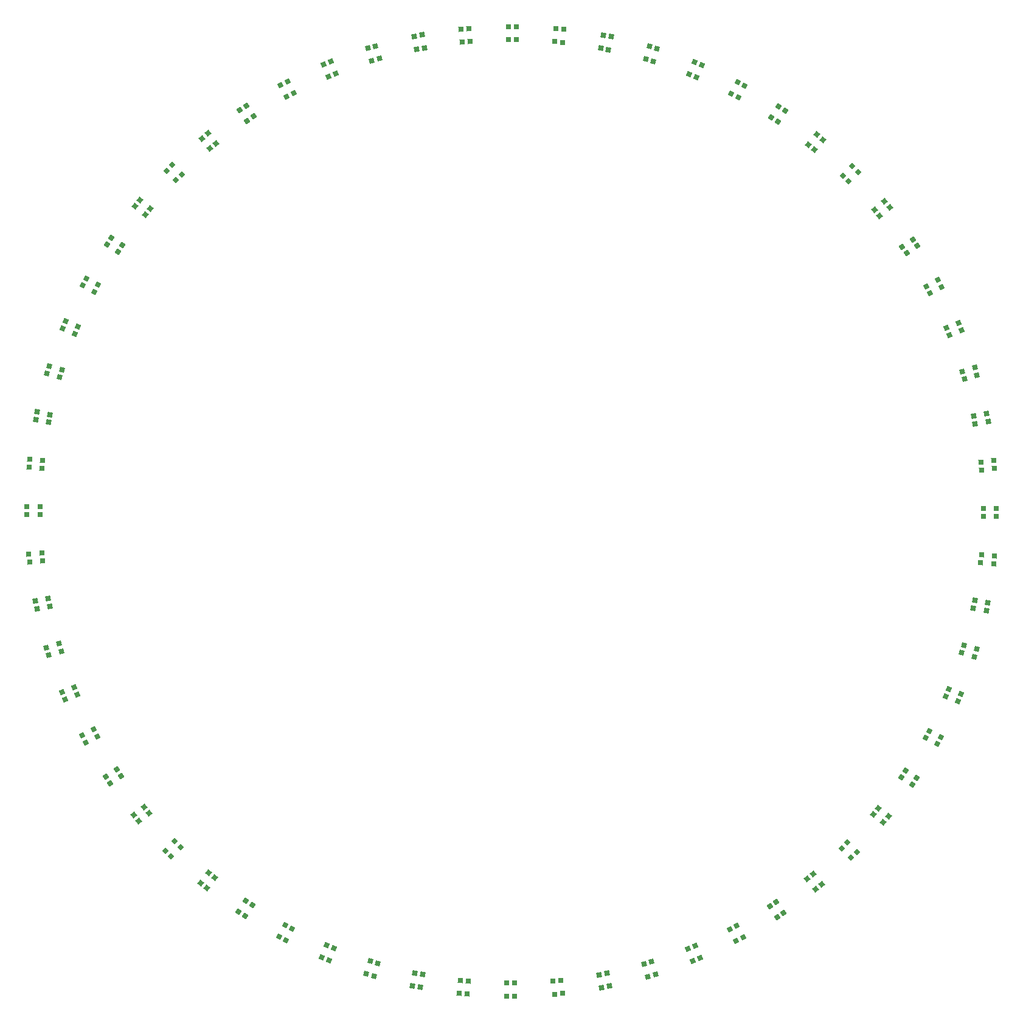
<source format=gbr>
%TF.GenerationSoftware,KiCad,Pcbnew,7.0.11*%
%TF.CreationDate,2025-01-20T02:06:30+09:00*%
%TF.ProjectId,IO,494f2e6b-6963-4616-945f-706362585858,rev?*%
%TF.SameCoordinates,Original*%
%TF.FileFunction,Paste,Top*%
%TF.FilePolarity,Positive*%
%FSLAX46Y46*%
G04 Gerber Fmt 4.6, Leading zero omitted, Abs format (unit mm)*
G04 Created by KiCad (PCBNEW 7.0.11) date 2025-01-20 02:06:30*
%MOMM*%
%LPD*%
G01*
G04 APERTURE LIST*
G04 Aperture macros list*
%AMRotRect*
0 Rectangle, with rotation*
0 The origin of the aperture is its center*
0 $1 length*
0 $2 width*
0 $3 Rotation angle, in degrees counterclockwise*
0 Add horizontal line*
21,1,$1,$2,0,0,$3*%
G04 Aperture macros list end*
%ADD10RotRect,0.700000X0.700000X348.750000*%
%ADD11RotRect,0.700000X0.700000X196.875000*%
%ADD12RotRect,0.700000X0.700000X292.500000*%
%ADD13RotRect,0.700000X0.700000X140.625000*%
%ADD14RotRect,0.700000X0.700000X303.750000*%
%ADD15RotRect,0.700000X0.700000X50.625000*%
%ADD16RotRect,0.700000X0.700000X320.625000*%
%ADD17RotRect,0.700000X0.700000X45.000000*%
%ADD18RotRect,0.700000X0.700000X185.625000*%
%ADD19RotRect,0.700000X0.700000X101.250000*%
%ADD20RotRect,0.700000X0.700000X275.625000*%
%ADD21RotRect,0.700000X0.700000X236.250000*%
%ADD22RotRect,0.700000X0.700000X264.375000*%
%ADD23RotRect,0.700000X0.700000X174.375000*%
%ADD24R,0.700000X0.700000*%
%ADD25RotRect,0.700000X0.700000X106.875000*%
%ADD26RotRect,0.700000X0.700000X337.500000*%
%ADD27RotRect,0.700000X0.700000X241.875000*%
%ADD28RotRect,0.700000X0.700000X281.250000*%
%ADD29RotRect,0.700000X0.700000X213.750000*%
%ADD30RotRect,0.700000X0.700000X123.750000*%
%ADD31RotRect,0.700000X0.700000X118.125000*%
%ADD32RotRect,0.700000X0.700000X22.500000*%
%ADD33RotRect,0.700000X0.700000X146.250000*%
%ADD34RotRect,0.700000X0.700000X191.250000*%
%ADD35RotRect,0.700000X0.700000X253.125000*%
%ADD36RotRect,0.700000X0.700000X230.625000*%
%ADD37RotRect,0.700000X0.700000X5.625000*%
%ADD38RotRect,0.700000X0.700000X202.500000*%
%ADD39RotRect,0.700000X0.700000X95.625000*%
%ADD40RotRect,0.700000X0.700000X157.500000*%
%ADD41RotRect,0.700000X0.700000X112.500000*%
%ADD42RotRect,0.700000X0.700000X354.375000*%
%ADD43RotRect,0.700000X0.700000X61.875000*%
%ADD44RotRect,0.700000X0.700000X78.750000*%
%ADD45RotRect,0.700000X0.700000X326.250000*%
%ADD46RotRect,0.700000X0.700000X219.375000*%
%ADD47RotRect,0.700000X0.700000X28.125000*%
%ADD48RotRect,0.700000X0.700000X247.500000*%
%ADD49RotRect,0.700000X0.700000X163.125000*%
%ADD50RotRect,0.700000X0.700000X343.125000*%
%ADD51RotRect,0.700000X0.700000X286.875000*%
%ADD52RotRect,0.700000X0.700000X84.375000*%
%ADD53RotRect,0.700000X0.700000X129.375000*%
%ADD54RotRect,0.700000X0.700000X56.250000*%
%ADD55RotRect,0.700000X0.700000X309.375000*%
%ADD56RotRect,0.700000X0.700000X315.000000*%
%ADD57RotRect,0.700000X0.700000X73.125000*%
%ADD58RotRect,0.700000X0.700000X39.375000*%
%ADD59RotRect,0.700000X0.700000X208.125000*%
%ADD60RotRect,0.700000X0.700000X258.750000*%
%ADD61RotRect,0.700000X0.700000X168.750000*%
%ADD62RotRect,0.700000X0.700000X16.875000*%
%ADD63RotRect,0.700000X0.700000X67.500000*%
%ADD64RotRect,0.700000X0.700000X225.000000*%
%ADD65RotRect,0.700000X0.700000X11.250000*%
%ADD66RotRect,0.700000X0.700000X298.125000*%
%ADD67RotRect,0.700000X0.700000X331.875000*%
%ADD68RotRect,0.700000X0.700000X33.750000*%
%ADD69RotRect,0.700000X0.700000X135.000000*%
%ADD70RotRect,0.700000X0.700000X151.875000*%
G04 APERTURE END LIST*
D10*
%TO.C,D23*%
X77219138Y-75730485D03*
X77004539Y-76809349D03*
X78799376Y-77166365D03*
X79013975Y-76087501D03*
%TD*%
D11*
%TO.C,D42*%
X208057349Y-70603527D03*
X207738036Y-69550892D03*
X205986835Y-70082113D03*
X206306148Y-71134748D03*
%TD*%
D12*
%TO.C,D40*%
X118072244Y-26946008D03*
X117055977Y-27366960D03*
X117756288Y-29057660D03*
X118772555Y-28636708D03*
%TD*%
D13*
%TO.C,D59*%
X195024971Y-132885619D03*
X195722804Y-132035307D03*
X194308195Y-130874367D03*
X193610362Y-131724679D03*
%TD*%
D14*
%TO.C,D24*%
X106342469Y-33066856D03*
X105427852Y-33677983D03*
X106444545Y-35199572D03*
X107359162Y-34588445D03*
%TD*%
D15*
%TO.C,D61*%
X99948381Y-141298248D03*
X100798693Y-141996081D03*
X101959633Y-140581472D03*
X101109321Y-139883639D03*
%TD*%
D16*
%TO.C,D63*%
X91535754Y-46221661D03*
X90837921Y-47071973D03*
X92252530Y-48232913D03*
X92950363Y-47382601D03*
%TD*%
D17*
%TO.C,D6*%
X95085179Y-136801807D03*
X95862996Y-137579624D03*
X97157001Y-136285619D03*
X96379184Y-135507802D03*
%TD*%
D18*
%TO.C,D58*%
X210509661Y-83605012D03*
X210401843Y-82510309D03*
X208580655Y-82689680D03*
X208688473Y-83784383D03*
%TD*%
D19*
%TO.C,D52*%
X155789968Y-155876146D03*
X156868832Y-155661547D03*
X156511816Y-153866710D03*
X155432952Y-154081309D03*
%TD*%
D20*
%TO.C,D64*%
X137331734Y-22324342D03*
X136237031Y-22432160D03*
X136416402Y-24253348D03*
X137511105Y-24145530D03*
%TD*%
D21*
%TO.C,D49*%
X181331825Y-33810919D03*
X180417208Y-33199792D03*
X179400515Y-34721381D03*
X180315132Y-35332508D03*
%TD*%
D22*
%TO.C,D9*%
X150561819Y-22455612D03*
X149467116Y-22347794D03*
X149287745Y-24168982D03*
X150382448Y-24276800D03*
%TD*%
D23*
%TO.C,D11*%
X210378390Y-96835099D03*
X210486208Y-95740396D03*
X208665020Y-95561025D03*
X208557202Y-96655728D03*
%TD*%
D24*
%TO.C,D1*%
X143950000Y-22065000D03*
X142850000Y-22065000D03*
X142850000Y-23895000D03*
X143950000Y-23895000D03*
%TD*%
D25*
%TO.C,D44*%
X162230473Y-154330629D03*
X163283108Y-154011316D03*
X162751887Y-152260115D03*
X161699252Y-152579428D03*
%TD*%
D26*
%TO.C,D39*%
X81185250Y-63108188D03*
X80764298Y-64124455D03*
X82454998Y-64824766D03*
X82875950Y-63808499D03*
%TD*%
D27*
%TO.C,D41*%
X175684855Y-30349639D03*
X174714741Y-29831103D03*
X173852085Y-31445019D03*
X174822199Y-31963555D03*
%TD*%
D28*
%TO.C,D56*%
X130770754Y-23231137D03*
X129691890Y-23445736D03*
X130048906Y-25240573D03*
X131127770Y-25025974D03*
%TD*%
D29*
%TO.C,D18*%
X199767145Y-52615746D03*
X199156018Y-51701129D03*
X197634429Y-52717822D03*
X198245556Y-53632439D03*
%TD*%
D30*
%TO.C,D20*%
X180218255Y-146040426D03*
X181132872Y-145429299D03*
X180116179Y-143907710D03*
X179201562Y-144518837D03*
%TD*%
D31*
%TO.C,D28*%
X174503716Y-149388974D03*
X175473830Y-148870438D03*
X174611174Y-147256522D03*
X173641060Y-147775058D03*
%TD*%
D32*
%TO.C,D38*%
X80672728Y-114761757D03*
X81093680Y-115778024D03*
X82784380Y-115077713D03*
X82363428Y-114061446D03*
%TD*%
D33*
%TO.C,D51*%
X199023083Y-127605105D03*
X199634210Y-126690488D03*
X198112621Y-125673795D03*
X197501494Y-126588412D03*
%TD*%
D34*
%TO.C,D50*%
X209602866Y-77044032D03*
X209388267Y-75965168D03*
X207593430Y-76322184D03*
X207808029Y-77401048D03*
%TD*%
D35*
%TO.C,D25*%
X163512084Y-25165424D03*
X162459449Y-24846111D03*
X161928228Y-26597312D03*
X162980863Y-26916625D03*
%TD*%
D36*
%TO.C,D57*%
X186612339Y-37809031D03*
X185762027Y-37111198D03*
X184601087Y-38525807D03*
X185451399Y-39223640D03*
%TD*%
D37*
%TO.C,D62*%
X76051062Y-95502267D03*
X76158880Y-96596970D03*
X77980068Y-96417599D03*
X77872250Y-95322896D03*
%TD*%
D38*
%TO.C,D34*%
X205887994Y-64345521D03*
X205467042Y-63329254D03*
X203776342Y-64029565D03*
X204197294Y-65045832D03*
%TD*%
D39*
%TO.C,D60*%
X149228988Y-156782941D03*
X150323691Y-156675123D03*
X150144320Y-154853935D03*
X149049617Y-154961753D03*
%TD*%
D40*
%TO.C,D35*%
X205375475Y-115999091D03*
X205796427Y-114982824D03*
X204105727Y-114282513D03*
X203684775Y-115298780D03*
%TD*%
D41*
%TO.C,D36*%
X168488479Y-152161275D03*
X169504746Y-151740323D03*
X168804435Y-150049623D03*
X167788168Y-150470575D03*
%TD*%
D42*
%TO.C,D15*%
X76182334Y-82272180D03*
X76074516Y-83366883D03*
X77895704Y-83546254D03*
X78003522Y-82451551D03*
%TD*%
D24*
%TO.C,D7*%
X75791722Y-88883999D03*
X75791722Y-89983999D03*
X77621722Y-89983999D03*
X77621722Y-88883999D03*
%TD*%
D43*
%TO.C,D45*%
X110875865Y-148757641D03*
X111845979Y-149276177D03*
X112708635Y-147662261D03*
X111738521Y-147143725D03*
%TD*%
D44*
%TO.C,D21*%
X129457206Y-155614865D03*
X130536070Y-155829464D03*
X130893086Y-154034627D03*
X129814222Y-153820028D03*
%TD*%
D45*
%TO.C,D55*%
X87537642Y-51502175D03*
X86926515Y-52416792D03*
X88448104Y-53433485D03*
X89059231Y-52518868D03*
%TD*%
D46*
%TO.C,D10*%
X195874599Y-47256939D03*
X195176766Y-46406627D03*
X193762157Y-47567567D03*
X194459990Y-48417879D03*
%TD*%
D47*
%TO.C,D30*%
X83445029Y-120776993D03*
X83963565Y-121747107D03*
X85577481Y-120884451D03*
X85058945Y-119914337D03*
%TD*%
D48*
%TO.C,D33*%
X169725811Y-27458527D03*
X168709544Y-27037575D03*
X168009233Y-28728275D03*
X169025500Y-29149227D03*
%TD*%
D24*
%TO.C,D5*%
X142610720Y-157042281D03*
X143710720Y-157042281D03*
X143710720Y-155212281D03*
X142610720Y-155212281D03*
%TD*%
D49*
%TO.C,D27*%
X207668578Y-109785364D03*
X207987891Y-108732729D03*
X206236690Y-108201508D03*
X205917377Y-109254143D03*
%TD*%
D50*
%TO.C,D31*%
X78892147Y-69321915D03*
X78572834Y-70374550D03*
X80324035Y-70905771D03*
X80643348Y-69853136D03*
%TD*%
D51*
%TO.C,D48*%
X124330250Y-24776654D03*
X123277615Y-25095967D03*
X123808836Y-26847168D03*
X124861471Y-26527855D03*
%TD*%
D52*
%TO.C,D13*%
X135998901Y-156651669D03*
X137093604Y-156759487D03*
X137272975Y-154938299D03*
X136178272Y-154830481D03*
%TD*%
D53*
%TO.C,D12*%
X185577063Y-142147880D03*
X186427375Y-141450047D03*
X185266435Y-140035438D03*
X184416123Y-140733271D03*
%TD*%
D54*
%TO.C,D53*%
X105228895Y-145296361D03*
X106143512Y-145907488D03*
X107160205Y-144385899D03*
X106245588Y-143774772D03*
%TD*%
D55*
%TO.C,D16*%
X100983662Y-36959401D03*
X100133350Y-37657234D03*
X101294290Y-39071843D03*
X102144602Y-38374010D03*
%TD*%
D56*
%TO.C,D8*%
X96032195Y-41358459D03*
X95254378Y-42136276D03*
X96548383Y-43430281D03*
X97326200Y-42652464D03*
%TD*%
D57*
%TO.C,D29*%
X123048636Y-153941856D03*
X124101271Y-154261169D03*
X124632492Y-152509968D03*
X123579857Y-152190655D03*
%TD*%
D58*
%TO.C,D14*%
X90686121Y-131850340D03*
X91383954Y-132700652D03*
X92798563Y-131539712D03*
X92100730Y-130689400D03*
%TD*%
D59*
%TO.C,D26*%
X203115693Y-58330285D03*
X202597157Y-57360171D03*
X200983241Y-58222827D03*
X201501777Y-59192941D03*
%TD*%
D24*
%TO.C,D3*%
X210769002Y-90223280D03*
X210769002Y-89123280D03*
X208939002Y-89123280D03*
X208939002Y-90223280D03*
%TD*%
D60*
%TO.C,D17*%
X157103514Y-23492415D03*
X156024650Y-23277816D03*
X155667634Y-25072653D03*
X156746498Y-25287252D03*
%TD*%
D61*
%TO.C,D19*%
X209341587Y-103376794D03*
X209556186Y-102297930D03*
X207761349Y-101940914D03*
X207546750Y-103019778D03*
%TD*%
D62*
%TO.C,D46*%
X78503374Y-108503751D03*
X78822687Y-109556386D03*
X80573888Y-109025165D03*
X80254575Y-107972530D03*
%TD*%
D63*
%TO.C,D37*%
X116834909Y-151648753D03*
X117851176Y-152069705D03*
X118551487Y-150379005D03*
X117535220Y-149958053D03*
%TD*%
D64*
%TO.C,D2*%
X191475541Y-42305472D03*
X190697724Y-41527655D03*
X189403719Y-42821660D03*
X190181536Y-43599477D03*
%TD*%
D65*
%TO.C,D54*%
X76957857Y-102063247D03*
X77172456Y-103142111D03*
X78967293Y-102785095D03*
X78752694Y-101706231D03*
%TD*%
D66*
%TO.C,D32*%
X112057008Y-29718309D03*
X111086894Y-30236845D03*
X111949550Y-31850761D03*
X112919664Y-31332225D03*
%TD*%
D67*
%TO.C,D47*%
X84076362Y-57149145D03*
X83557826Y-58119259D03*
X85171742Y-58981915D03*
X85690278Y-58011801D03*
%TD*%
D68*
%TO.C,D22*%
X86793576Y-126491532D03*
X87404703Y-127406149D03*
X88926292Y-126389456D03*
X88315165Y-125474839D03*
%TD*%
D69*
%TO.C,D4*%
X190528530Y-137748822D03*
X191306347Y-136971005D03*
X190012342Y-135677000D03*
X189234525Y-136454817D03*
%TD*%
D70*
%TO.C,D43*%
X202484363Y-121958135D03*
X203002899Y-120988021D03*
X201388983Y-120125365D03*
X200870447Y-121095479D03*
%TD*%
M02*

</source>
